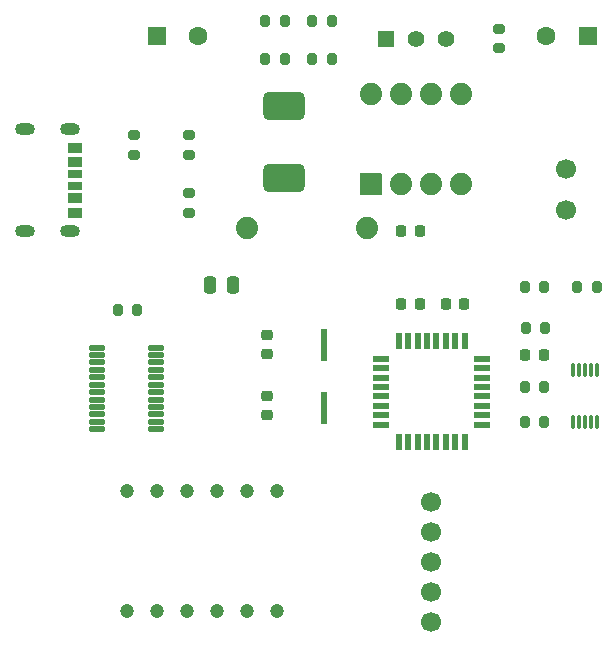
<source format=gbr>
G04 #@! TF.GenerationSoftware,KiCad,Pcbnew,9.0.4*
G04 #@! TF.CreationDate,2025-09-12T18:01:42+08:00*
G04 #@! TF.ProjectId,boost-convertor,626f6f73-742d-4636-9f6e-766572746f72,rev?*
G04 #@! TF.SameCoordinates,Original*
G04 #@! TF.FileFunction,Soldermask,Top*
G04 #@! TF.FilePolarity,Negative*
%FSLAX46Y46*%
G04 Gerber Fmt 4.6, Leading zero omitted, Abs format (unit mm)*
G04 Created by KiCad (PCBNEW 9.0.4) date 2025-09-12 18:01:42*
%MOMM*%
%LPD*%
G01*
G04 APERTURE LIST*
G04 Aperture macros list*
%AMRoundRect*
0 Rectangle with rounded corners*
0 $1 Rounding radius*
0 $2 $3 $4 $5 $6 $7 $8 $9 X,Y pos of 4 corners*
0 Add a 4 corners polygon primitive as box body*
4,1,4,$2,$3,$4,$5,$6,$7,$8,$9,$2,$3,0*
0 Add four circle primitives for the rounded corners*
1,1,$1+$1,$2,$3*
1,1,$1+$1,$4,$5*
1,1,$1+$1,$6,$7*
1,1,$1+$1,$8,$9*
0 Add four rect primitives between the rounded corners*
20,1,$1+$1,$2,$3,$4,$5,0*
20,1,$1+$1,$4,$5,$6,$7,0*
20,1,$1+$1,$6,$7,$8,$9,0*
20,1,$1+$1,$8,$9,$2,$3,0*%
G04 Aperture macros list end*
%ADD10R,1.200000X0.920000*%
%ADD11R,1.200000X0.820000*%
%ADD12R,1.200000X0.720000*%
%ADD13O,1.700000X1.000000*%
%ADD14C,1.700000*%
%ADD15RoundRect,0.059250X0.617750X0.177750X-0.617750X0.177750X-0.617750X-0.177750X0.617750X-0.177750X0*%
%ADD16C,1.200000*%
%ADD17O,0.299999X1.350000*%
%ADD18R,0.507200X1.416799*%
%ADD19R,1.416799X0.507200*%
%ADD20RoundRect,0.225000X-0.250000X0.225000X-0.250000X-0.225000X0.250000X-0.225000X0.250000X0.225000X0*%
%ADD21RoundRect,0.102000X0.838200X-0.838200X0.838200X0.838200X-0.838200X0.838200X-0.838200X-0.838200X0*%
%ADD22C,1.880400*%
%ADD23RoundRect,0.225000X-0.225000X-0.250000X0.225000X-0.250000X0.225000X0.250000X-0.225000X0.250000X0*%
%ADD24RoundRect,0.200000X-0.200000X-0.275000X0.200000X-0.275000X0.200000X0.275000X-0.200000X0.275000X0*%
%ADD25RoundRect,0.200000X-0.275000X0.200000X-0.275000X-0.200000X0.275000X-0.200000X0.275000X0.200000X0*%
%ADD26RoundRect,0.250000X-0.250000X-0.475000X0.250000X-0.475000X0.250000X0.475000X-0.250000X0.475000X0*%
%ADD27RoundRect,0.200000X0.200000X0.275000X-0.200000X0.275000X-0.200000X-0.275000X0.200000X-0.275000X0*%
%ADD28RoundRect,0.225000X0.225000X0.250000X-0.225000X0.250000X-0.225000X-0.250000X0.225000X-0.250000X0*%
%ADD29R,1.600000X1.600000*%
%ADD30C,1.600000*%
%ADD31RoundRect,0.419642X-1.330358X0.755358X-1.330358X-0.755358X1.330358X-0.755358X1.330358X0.755358X0*%
%ADD32R,0.500000X2.800000*%
%ADD33RoundRect,0.200000X0.275000X-0.200000X0.275000X0.200000X-0.275000X0.200000X-0.275000X-0.200000X0*%
%ADD34RoundRect,0.102000X-0.609000X-0.609000X0.609000X-0.609000X0.609000X0.609000X-0.609000X0.609000X0*%
%ADD35C,1.422000*%
G04 APERTURE END LIST*
D10*
X94359200Y-62750000D03*
D11*
X94359200Y-63980000D03*
D12*
X94359200Y-65999999D03*
D10*
X94359200Y-68250000D03*
D11*
X94359200Y-67020000D03*
D12*
X94359200Y-65000001D03*
D13*
X90078900Y-69820032D03*
X93878900Y-69820002D03*
X93878900Y-61179998D03*
X90078900Y-61179968D03*
D14*
X135900000Y-64500000D03*
X135900000Y-68000000D03*
D15*
X96210000Y-86585000D03*
X96210000Y-85955000D03*
X96210000Y-85325000D03*
X96210000Y-84695000D03*
X96210000Y-84065000D03*
X96210000Y-83435000D03*
X96210000Y-82805000D03*
X96210000Y-82175000D03*
X96210000Y-81545000D03*
X96210000Y-80915000D03*
X96210000Y-80285000D03*
X96210000Y-79655000D03*
X101210000Y-79655000D03*
X101210000Y-80285000D03*
X101210000Y-80915000D03*
X101210000Y-81545000D03*
X101210000Y-82175000D03*
X101210000Y-82805000D03*
X101210000Y-83435000D03*
X101210000Y-84065000D03*
X101210000Y-84695000D03*
X101210000Y-85325000D03*
X101210000Y-85955000D03*
X101210000Y-86585000D03*
D16*
X111400000Y-102000000D03*
X108860000Y-91840000D03*
X106320000Y-91840000D03*
X98700000Y-91840000D03*
X103780000Y-102000000D03*
X108860000Y-102000000D03*
X103780000Y-91840000D03*
X98700000Y-102000000D03*
X101240000Y-102000000D03*
X106320000Y-102000000D03*
X111400000Y-91840000D03*
X101240000Y-91840000D03*
D17*
X138500001Y-81525001D03*
X138000002Y-81525001D03*
X137500000Y-81525001D03*
X137000001Y-81525001D03*
X136499999Y-81525001D03*
X136499999Y-85975002D03*
X137000001Y-85975002D03*
X137500000Y-85975002D03*
X138000002Y-85975002D03*
X138500001Y-85975002D03*
D18*
X127335598Y-79135599D03*
X126535600Y-79135599D03*
X125735599Y-79135599D03*
X124935598Y-79135599D03*
X124135600Y-79135599D03*
X123335599Y-79135599D03*
X122535600Y-79135599D03*
X121735600Y-79135599D03*
D19*
X120271198Y-80600001D03*
X120271198Y-81399999D03*
X120271198Y-82200000D03*
X120271198Y-83000001D03*
X120271198Y-83799999D03*
X120271198Y-84600000D03*
X120271198Y-85399999D03*
X120271198Y-86199999D03*
D18*
X121735600Y-87664401D03*
X122535598Y-87664401D03*
X123335599Y-87664401D03*
X124135600Y-87664401D03*
X124935598Y-87664401D03*
X125735599Y-87664401D03*
X126535598Y-87664401D03*
X127335598Y-87664401D03*
D19*
X128800000Y-86199999D03*
X128800000Y-85400001D03*
X128800000Y-84600000D03*
X128800000Y-83799999D03*
X128800000Y-83000001D03*
X128800000Y-82200000D03*
X128800000Y-81400001D03*
X128800000Y-80600001D03*
D20*
X110600000Y-83800000D03*
X110600000Y-85350000D03*
D21*
X119440000Y-65810000D03*
D22*
X121980000Y-65810000D03*
X124520000Y-65810000D03*
X127060000Y-65810000D03*
X127060000Y-58190000D03*
X124520000Y-58190000D03*
X121980000Y-58190000D03*
X119440000Y-58190000D03*
D23*
X121975000Y-76000000D03*
X123525000Y-76000000D03*
D20*
X110600000Y-78625000D03*
X110600000Y-80175000D03*
D24*
X110425000Y-52000000D03*
X112075000Y-52000000D03*
D25*
X99300000Y-61675000D03*
X99300000Y-63325000D03*
D24*
X114425000Y-55250000D03*
X116075000Y-55250000D03*
D26*
X105800000Y-74375000D03*
X107700000Y-74375000D03*
D24*
X114425000Y-52000000D03*
X116075000Y-52000000D03*
D27*
X134075000Y-86000000D03*
X132425000Y-86000000D03*
D28*
X127275000Y-76000000D03*
X125725000Y-76000000D03*
D27*
X134075000Y-83000000D03*
X132425000Y-83000000D03*
X134075000Y-74500000D03*
X132425000Y-74500000D03*
D29*
X101250000Y-53250000D03*
D30*
X104750000Y-53250000D03*
D27*
X99600000Y-76475000D03*
X97950000Y-76475000D03*
D25*
X130250000Y-52675000D03*
X130250000Y-54325000D03*
D31*
X112000000Y-59225000D03*
X112000000Y-65275000D03*
D23*
X121975000Y-69750000D03*
X123525000Y-69750000D03*
D25*
X104000000Y-61675000D03*
X104000000Y-63325000D03*
D24*
X136850000Y-74500000D03*
X138500000Y-74500000D03*
D14*
X124450000Y-92695000D03*
X124450000Y-95235000D03*
X124450000Y-97775000D03*
X124450000Y-100315000D03*
X124450000Y-102855000D03*
D32*
X115400000Y-79400000D03*
X115400000Y-84800000D03*
D24*
X110425000Y-55250000D03*
X112075000Y-55250000D03*
D33*
X104000000Y-68225000D03*
X104000000Y-66575000D03*
D22*
X108920000Y-69500000D03*
X119080000Y-69500000D03*
D27*
X134150000Y-78000000D03*
X132500000Y-78000000D03*
D23*
X132475000Y-80250000D03*
X134025000Y-80250000D03*
D29*
X137750000Y-53250000D03*
D30*
X134250000Y-53250000D03*
D34*
X120670000Y-53500000D03*
D35*
X123210000Y-53500000D03*
X125750000Y-53500000D03*
M02*

</source>
